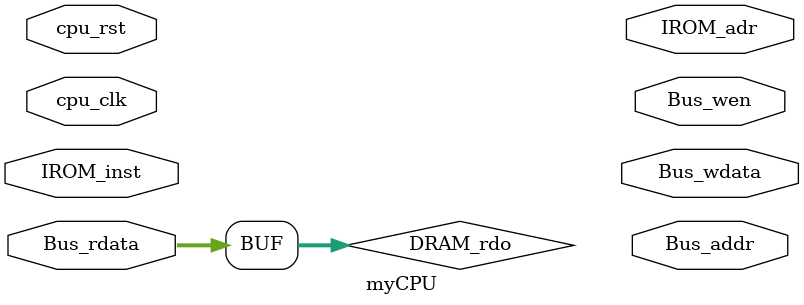
<source format=v>
`timescale 1ns / 1ps

`include "defines.vh"

module myCPU (
    input  wire         cpu_rst,
    input  wire         cpu_clk,

    // Interface to IROM
    output wire [13:0]  IROM_adr,
    input  wire [31:0]  IROM_inst,
    
    // Interface to Bridge
    output wire [31:0]  Bus_addr,
    input  wire [31:0]  Bus_rdata,
    output wire         Bus_wen,
    output wire [31:0]  Bus_wdata

`ifdef RUN_TRACE
    ,// Debug Interface
    output wire         debug_wb_have_inst,
    output wire [31:0]  debug_wb_pc,
    output              debug_wb_ena,
    output wire [ 4:0]  debug_wb_reg,
    output wire [31:0]  debug_wb_value
`endif
);
    // NPC
    wire [31:0] NPC_pc4;

    // PC
    wire [31:0] PC_pc;

    // ALU
    wire [31:0] ALU_C;
    wire ALU_f;

    // SEXT
    wire [31:0] SEXT_ext;

    // RF
    wire [31:0] RF_rD1;
    wire [31:0] RF_rD2;
    reg  [31:0] RF_wD;

    // CU
    wire [2:0] CU_sext_op;
    wire [1:0] CU_npc_op;
    wire CU_ram_we;
    wire [3:0] CU_alu_op;
    wire CU_alub_sel;
    wire CU_rf_we;
    wire [1:0] CU_rf_wsel;

    // DRAM
    wire [31:0] DRAM_rdo = Bus_rdata;

    always @(*) begin
        case(CU_alu_op)
            2'b00: RF_wD = ALU_C;
            2'b01: RF_wD = SEXT_ext;
            2'b10: RF_wD = NPC_pc4;
            default: RF_wD = DRAM_rdo;
        endcase
    end

    IF IF (
        .rst(cpu_rst),
        .clk(cpu_clk),
        .NPC_aluin(ALU_C),
        .NPC_offset(SEXT_ext),
        .NPC_op(CU_npc_op),
        .NPC_pc4(NPC_pc4),
        .PC_pc(PC_pc)
    );

    ID ID (
        .rst(cpu_rst),
        .clk(cpu_clk),
        .RF_rR1(IROM_inst[19:15]),
        .RF_rR2(IROM_inst[24:20]),
        .RF_wR(IROM_inst[11:7]),
        .RF_we(CU_rf_we),
        .RF_wD(RF_wD),
        .SEXT_din(IROM_inst[31:7]),
        .SEXT_op(CU_sext_op),
        .RF_rD1(RF_rD1),
        .RF_rD2(RF_rD2),
        .SEXT_ext(SEXT_ext)
    );

    EX EX (
        .ALU_A(RF_rD1),
        .RF_rD2(RF_rD2),
        .SEXT_ext(SEXT_ext),
        .ALU_op(CU_alu_op),
        .ALU_B_sel(CU_alub_sel),
        .ALU_C(ALU_C),
        .ALU_f(ALU_f)
    );

    CU CU (
        .CU_opcode(IROM_inst[6:0]),
        .CU_funct3(IROM_inst[14:12]),
        .CU_funct7(IROM_inst[31:25]),
        .CU_sext_op(CU_sext_op),
        .CU_npc_op(CU_npc_op),
        .CU_ram_we(CU_ram_we),
        .CU_alu_op(CU_alu_op),
        .CU_alub_sel(CU_alub_sel),
        .CU_rf_we(CU_rf_we),
        .CU_rf_wsel(CU_rf_wsel)
    );
        

`ifdef RUN_TRACE
    // Debug Interface
    assign debug_wb_have_inst = 1;
    assign debug_wb_pc        = PC_pc;
    assign debug_wb_ena       = RF_we;
    assign debug_wb_reg       = IROM_inst[11:7];
    assign debug_wb_value     = RF_wD;
`endif

endmodule

</source>
